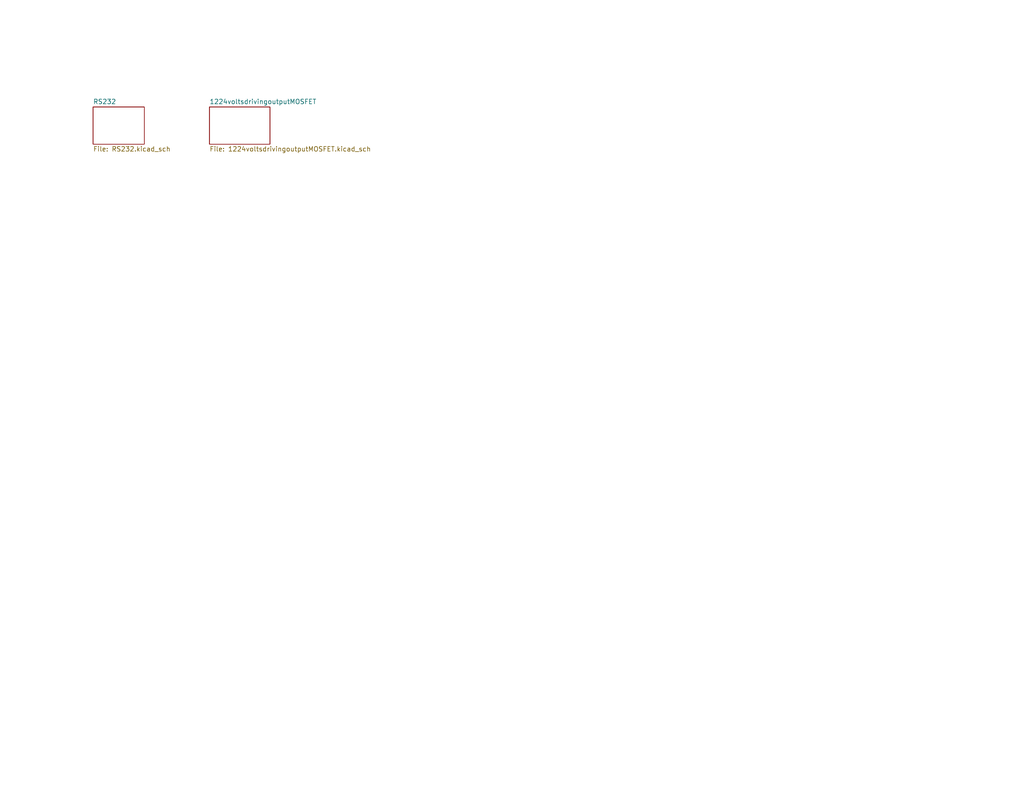
<source format=kicad_sch>
(kicad_sch
	(version 20231120)
	(generator "eeschema")
	(generator_version "8.0")
	(uuid "a8746ab6-0163-416c-99f9-0036ded73fc6")
	(paper "A")
	(lib_symbols)
	(sheet
		(at 57.15 29.21)
		(size 16.51 10.16)
		(fields_autoplaced yes)
		(stroke
			(width 0.1524)
			(type solid)
		)
		(fill
			(color 0 0 0 0.0000)
		)
		(uuid "15a42c98-7d13-43cc-bc93-127d5e629e85")
		(property "Sheetname" "1224voltsdrivingoutputMOSFET"
			(at 57.15 28.4984 0)
			(effects
				(font
					(size 1.27 1.27)
				)
				(justify left bottom)
			)
		)
		(property "Sheetfile" "1224voltsdrivingoutputMOSFET.kicad_sch"
			(at 57.15 39.9546 0)
			(effects
				(font
					(size 1.27 1.27)
				)
				(justify left top)
			)
		)
		(instances
			(project "NEOCERA_jnr_project"
				(path "/a8746ab6-0163-416c-99f9-0036ded73fc6"
					(page "3")
				)
			)
		)
	)
	(sheet
		(at 25.4 29.21)
		(size 13.97 10.16)
		(fields_autoplaced yes)
		(stroke
			(width 0.1524)
			(type solid)
		)
		(fill
			(color 0 0 0 0.0000)
		)
		(uuid "f4efddb7-db53-433c-ab56-6972b865441e")
		(property "Sheetname" "RS232"
			(at 25.4 28.4984 0)
			(effects
				(font
					(size 1.27 1.27)
				)
				(justify left bottom)
			)
		)
		(property "Sheetfile" "RS232.kicad_sch"
			(at 25.4 39.9546 0)
			(effects
				(font
					(size 1.27 1.27)
				)
				(justify left top)
			)
		)
		(instances
			(project "NEOCERA_jnr_project"
				(path "/a8746ab6-0163-416c-99f9-0036ded73fc6"
					(page "2")
				)
			)
		)
	)
	(sheet_instances
		(path "/"
			(page "1")
		)
	)
)

</source>
